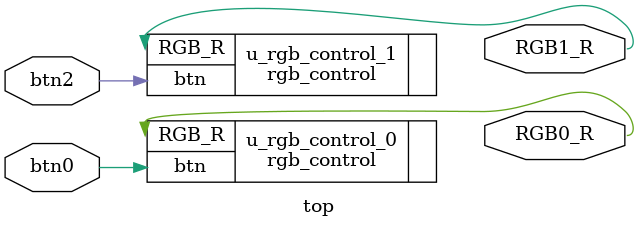
<source format=v>
module top(
    input wire btn0,          // Button 0 input
    input wire btn2,          // Button 2 input
    output wire RGB0_R,       // Red component of RGB0 LED
    output wire RGB1_R        // Red component of RGB1 LED
);
    // Instantiate the rgb_control module for RGB0
    rgb_control u_rgb_control_0 (
        .btn(btn0),
        .RGB_R(RGB0_R)
    );

    // Instantiate the rgb_control module for RGB1
    rgb_control u_rgb_control_1 (
        .btn(btn2),
        .RGB_R(RGB1_R)
    );
endmodule

</source>
